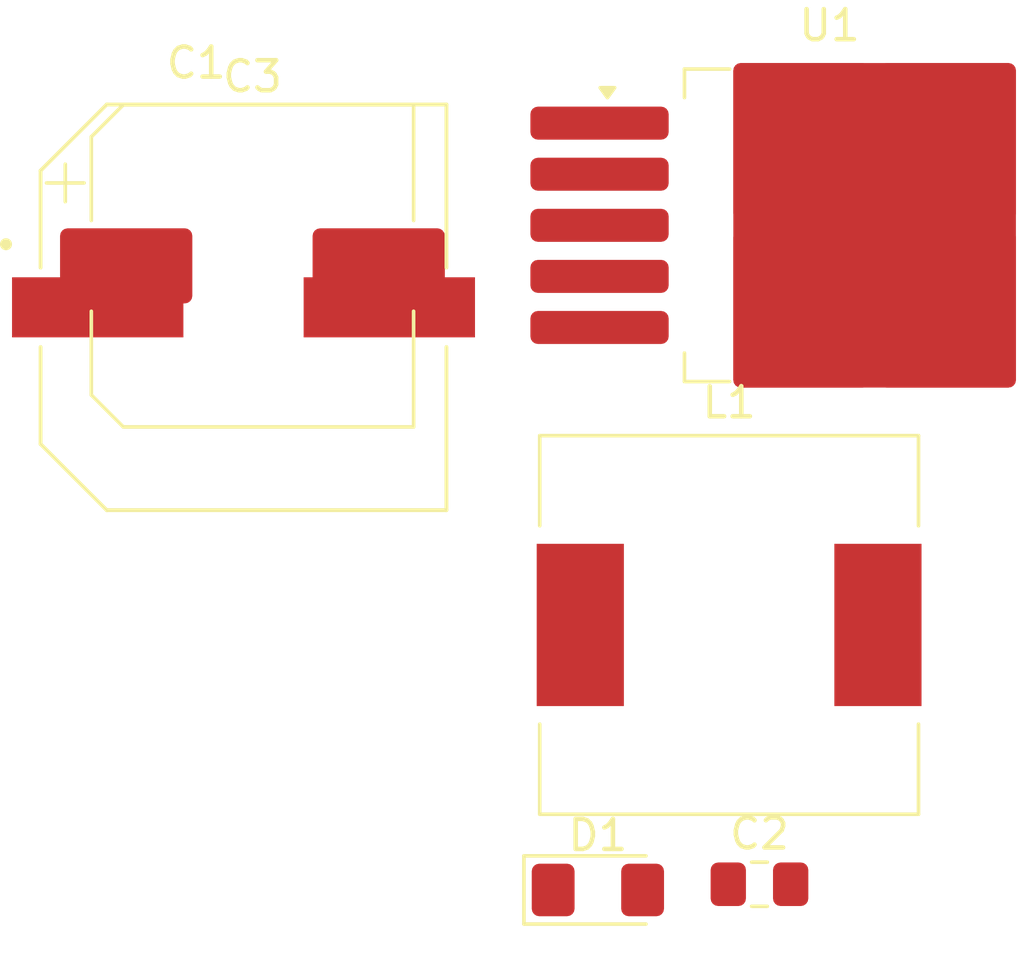
<source format=kicad_pcb>
(kicad_pcb (version 20240108) (generator "pcbnew") (generator_version "8.0")
  (layers (0 "F.Cu" signal) (31 "B.Cu" signal) (34 "B.Paste" user) (35 "F.Paste" user) (36 "B.SilkS" user "B.Silkscreen") (37 "F.SilkS" user "F.Silkscreen") (38 "B.Mask" user) (39 "F.Mask" user) (44 "Edge.Cuts" user))
  (net 0 "")
  (net 1 "+12V")
  (net 2 "GND")
  (net 3 "FB")
  (net 4 "Net-(D1-K)")
  (footprint "SchrackThingyV2_library:12.5mm_cap" (layer "F.Cu") (at 81 47.6)
    (property "Reference" "C1" (at -1.575 -8.135 0) (layer "F.SilkS"))
    (property "Value" "680uF")
    (fp_line (start -6.75 -4.55) (end -6.75 -1.32) (stroke (width 0.127)) (layer "F.SilkS"))
    (fp_line (start -6.75 1.32) (end -6.75 4.55) (stroke (width 0.127)) (layer "F.SilkS"))
    (fp_line (start -6.75 4.55) (end -4.55 6.75) (stroke (width 0.127)) (layer "F.SilkS"))
    (fp_line (start -4.55 -6.75) (end -6.75 -4.55) (stroke (width 0.127)) (layer "F.SilkS"))
    (fp_line (start -4.55 6.75) (end 6.75 6.75) (stroke (width 0.127)) (layer "F.SilkS"))
    (fp_line (start 6.75 -6.75) (end -4.55 -6.75) (stroke (width 0.127)) (layer "F.SilkS"))
    (fp_line (start 6.75 -1.32) (end 6.75 -6.75) (stroke (width 0.127)) (layer "F.SilkS"))
    (fp_line (start 6.75 6.75) (end 6.75 1.32) (stroke (width 0.127)) (layer "F.SilkS"))
    (fp_circle (center -7.9 -2.1) (end -7.8 -2.1) (stroke (width 0.2)) (fill none) (layer "F.SilkS"))
    (pad "1" smd rect (at -4.85 0) (size 5.7 2) (layers "F.Cu" "F.Paste" "F.Mask") (net 1 "+12V"))
    (pad "2" smd rect (at 4.85 0 180) (size 5.7 2) (layers "F.Cu" "F.Paste" "F.Mask") (net 2 "GND"))
  )
  (footprint "Capacitor_SMD:C_0805_2012Metric_Pad1.18x1.45mm_HandSolder" (layer "F.Cu") (at 98.1625 66.8)
    (property "Reference" "C2" (at 0 -1.68 0) (layer "F.SilkS"))
    (property "Value" "100nF")
    (fp_line (start -0.261252 -0.735) (end 0.261252 -0.735) (stroke (width 0.12)) (layer "F.SilkS"))
    (fp_line (start -0.261252 0.735) (end 0.261252 0.735) (stroke (width 0.12)) (layer "F.SilkS"))
    (pad "1" smd roundrect (at -1.0375 0) (size 1.175 1.45) (layers "F.Cu" "F.Paste" "F.Mask") (roundrect_rratio 0.212766) (net 1 "+12V"))
    (pad "2" smd roundrect (at 1.0375 0) (size 1.175 1.45) (layers "F.Cu" "F.Paste" "F.Mask") (roundrect_rratio 0.212766) (net 2 "GND"))
  )
  (footprint "Capacitor_SMD:CP_Elec_10x12.5" (layer "F.Cu") (at 81.2975 46.22)
    (property "Reference" "C3" (at 0 -6.3 0) (layer "F.SilkS"))
    (property "Value" "470uF")
    (fp_line (start -6.85 -2.76) (end -5.6 -2.76) (stroke (width 0.12)) (layer "F.SilkS"))
    (fp_line (start -6.225 -3.385) (end -6.225 -2.135) (stroke (width 0.12)) (layer "F.SilkS"))
    (fp_line (start -5.36 -4.295563) (end -5.36 -1.51) (stroke (width 0.12)) (layer "F.SilkS"))
    (fp_line (start -5.36 -4.295563) (end -4.295563 -5.36) (stroke (width 0.12)) (layer "F.SilkS"))
    (fp_line (start -5.36 4.295563) (end -5.36 1.51) (stroke (width 0.12)) (layer "F.SilkS"))
    (fp_line (start -5.36 4.295563) (end -4.295563 5.36) (stroke (width 0.12)) (layer "F.SilkS"))
    (fp_line (start -4.295563 -5.36) (end 5.36 -5.36) (stroke (width 0.12)) (layer "F.SilkS"))
    (fp_line (start -4.295563 5.36) (end 5.36 5.36) (stroke (width 0.12)) (layer "F.SilkS"))
    (fp_line (start 5.36 -5.36) (end 5.36 -1.51) (stroke (width 0.12)) (layer "F.SilkS"))
    (fp_line (start 5.36 5.36) (end 5.36 1.51) (stroke (width 0.12)) (layer "F.SilkS"))
    (pad "1" smd roundrect (at -4.2 0) (size 4.4 2.5) (layers "F.Cu" "F.Paste" "F.Mask") (roundrect_rratio 0.1) (net 3 "FB"))
    (pad "2" smd roundrect (at 4.2 0) (size 4.4 2.5) (layers "F.Cu" "F.Paste" "F.Mask") (roundrect_rratio 0.1) (net 2 "GND"))
  )
  (footprint "Package_TO_SOT_SMD:TO-263-5_TabPin6" (layer "F.Cu") (at 100.4925 44.87)
    (property "Reference" "U1" (at 0 -6.65 0) (layer "F.SilkS"))
    (property "Value" "~")
    (fp_line (start -4.825 -5.2) (end -4.825 -4.25) (stroke (width 0.12)) (layer "F.SilkS"))
    (fp_line (start -4.825 5.2) (end -4.825 4.25) (stroke (width 0.12)) (layer "F.SilkS"))
    (fp_line (start -3.325 -5.2) (end -4.825 -5.2) (stroke (width 0.12)) (layer "F.SilkS"))
    (fp_line (start -3.325 5.2) (end -4.825 5.2) (stroke (width 0.12)) (layer "F.SilkS"))
    (fp_poly (pts (xy -7.3875 -4.25) (xy -7.6275 -4.58) (xy -7.1475 -4.58) (xy -7.3875 -4.25)) (stroke (width 0.12)) (fill solid) (layer "F.SilkS"))
    (pad "1" smd roundrect (at -7.65 -3.4) (size 4.6 1.1) (layers "F.Cu" "F.Paste" "F.Mask") (roundrect_rratio 0.227273) (net 1 "+12V"))
    (pad "2" smd roundrect (at -7.65 -1.7) (size 4.6 1.1) (layers "F.Cu" "F.Paste" "F.Mask") (roundrect_rratio 0.227273) (net 4 "Net-(D1-K)"))
    (pad "3" smd roundrect (at -7.65 0) (size 4.6 1.1) (layers "F.Cu" "F.Paste" "F.Mask") (roundrect_rratio 0.227273) (net 2 "GND"))
    (pad "4" smd roundrect (at -7.65 1.7) (size 4.6 1.1) (layers "F.Cu" "F.Paste" "F.Mask") (roundrect_rratio 0.227273) (net 3 "FB"))
    (pad "5" smd roundrect (at -7.65 3.4) (size 4.6 1.1) (layers "F.Cu" "F.Paste" "F.Mask") (roundrect_rratio 0.227273) (net 2 "GND"))
    (pad "6" smd roundrect (at -0.925 -2.775) (size 4.55 5.25) (layers "F.Cu" "F.Paste") (roundrect_rratio 0.054945) (net 2 "GND"))
    (pad "6" smd roundrect (at -0.925 2.775) (size 4.55 5.25) (layers "F.Cu" "F.Paste") (roundrect_rratio 0.054945) (net 2 "GND"))
    (pad "6" smd roundrect (at 1.5 0) (size 9.4 10.8) (layers "F.Cu" "F.Mask") (roundrect_rratio 0.026596) (net 2 "GND"))
    (pad "6" smd roundrect (at 3.925 -2.775) (size 4.55 5.25) (layers "F.Cu" "F.Paste") (roundrect_rratio 0.054945) (net 2 "GND"))
    (pad "6" smd roundrect (at 3.925 2.775) (size 4.55 5.25) (layers "F.Cu" "F.Paste") (roundrect_rratio 0.054945) (net 2 "GND"))
  )
  (footprint "Diode_SMD:D_1206_3216Metric_Pad1.42x1.75mm_HandSolder" (layer "F.Cu") (at 92.7875 66.99)
    (property "Reference" "D1" (at 0 -1.82 0) (layer "F.SilkS"))
    (property "Value" "D_Schottky")
    (fp_line (start -2.46 -1.135) (end -2.46 1.135) (stroke (width 0.12)) (layer "F.SilkS"))
    (fp_line (start -2.46 1.135) (end 1.6 1.135) (stroke (width 0.12)) (layer "F.SilkS"))
    (fp_line (start 1.6 -1.135) (end -2.46 -1.135) (stroke (width 0.12)) (layer "F.SilkS"))
    (pad "1" smd roundrect (at -1.4875 0) (size 1.425 1.75) (layers "F.Cu" "F.Paste" "F.Mask") (roundrect_rratio 0.175439) (net 4 "Net-(D1-K)"))
    (pad "2" smd roundrect (at 1.4875 0) (size 1.425 1.75) (layers "F.Cu" "F.Paste" "F.Mask") (roundrect_rratio 0.175439) (net 2 "GND"))
  )
  (footprint "Inductor_SMD:L_12x12mm_H8mm" (layer "F.Cu") (at 97.1525 58.17)
    (property "Reference" "L1" (at 0 -7.4 0) (layer "F.SilkS"))
    (property "Value" "46uH")
    (fp_line (start -6.3 -6.3) (end 6.3 -6.3) (stroke (width 0.12)) (layer "F.SilkS"))
    (fp_line (start -6.3 -3.3) (end -6.3 -6.3) (stroke (width 0.12)) (layer "F.SilkS"))
    (fp_line (start -6.3 6.3) (end -6.3 3.3) (stroke (width 0.12)) (layer "F.SilkS"))
    (fp_line (start 6.3 -6.3) (end 6.3 -3.3) (stroke (width 0.12)) (layer "F.SilkS"))
    (fp_line (start 6.3 3.3) (end 6.3 6.3) (stroke (width 0.12)) (layer "F.SilkS"))
    (fp_line (start 6.3 6.3) (end -6.3 6.3) (stroke (width 0.12)) (layer "F.SilkS"))
    (pad "1" smd rect (at -4.95 0) (size 2.9 5.4) (layers "F.Cu" "F.Paste" "F.Mask") (net 4 "Net-(D1-K)"))
    (pad "2" smd rect (at 4.95 0) (size 2.9 5.4) (layers "F.Cu" "F.Paste" "F.Mask") (net 3 "FB"))
  )
)
</source>
